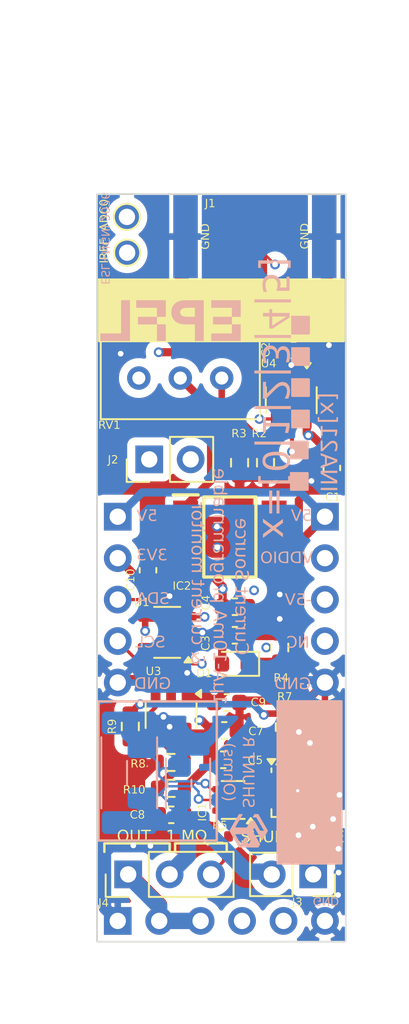
<source format=kicad_pcb>
(kicad_pcb (version 20241229) (generator "pcbnew") (generator_version "9.0")
  (layers (0 "F.Cu" signal) (4 "In1.Cu" signal) (6 "In2.Cu" signal) (2 "B.Cu" signal) (13 "F.Paste" user) (15 "B.Paste" user) (5 "F.SilkS" user "F.Silkscreen") (7 "B.SilkS" user "B.Silkscreen") (1 "F.Mask" user) (3 "B.Mask" user) (25 "Edge.Cuts" user))
  (net 0 "")
  (net 1 "GND")
  (net 2 "3.3V")
  (net 3 "/5V")
  (net 4 "A3.3V")
  (net 5 "/VDDIO")
  (net 6 "/SCL")
  (net 7 "/-5V")
  (net 8 "/IREF_LOAD")
  (net 9 "/SDA")
  (net 11 "Net-(D1-K)")
  (net 12 "/ADC0")
  (net 13 "/DAC_out")
  (net 14 "Net-(U2-!RESET)")
  (net 15 "Net-(U3-FB)")
  (net 16 "Net-(U3-EN)")
  (net 21 "Net-(J4-Pin_3)")
  (net 23 "/Shunt-")
  (net 26 "/OUT_IREF")
  (net 27 "Net-(R2-Pad1)")
  (net 28 "Net-(IC2-R)")
  (net 31 "Net-(D1-A)")
  (footprint "Connector_Coaxial:SMA_Amphenol_132289_EdgeMount" (layer "F.Cu") (at 131.725 69.325 90)
    (property "Reference" "J1")
    (property "Value" "Conn_Coaxial" (hide yes))
  )
  (footprint "heep-footprints:chewing-gum-pcb" (layer "F.Cu") (at 122.05 112.52)
    (property "Reference" "CG1" (hide yes))
    (property "Value" "BOARD_CONNECTOR" (hide yes))
    (fp_line (start 0 -27.94) (end 0 0) (stroke (width 0.1)) (layer "Edge.Cuts"))
    (fp_line (start 0 0) (end 15.24 0) (stroke (width 0.1)) (layer "Edge.Cuts"))
    (fp_line (start 15.24 0) (end 15.24 -27.94) (stroke (width 0.1)) (layer "Edge.Cuts"))
  )
  (footprint "LM334:SOIC127P600X175-8N" (layer "F.Cu") (at 130.192774 87.727954)
    (property "Reference" "IC2")
    (property "Value" "LM334M_NOPB" (hide yes))
  )
  (footprint "Resistor_SMD:R_0603_1608Metric" (layer "F.Cu") (at 133.25 94.5 90)
    (property "Reference" "R4")
    (property "Value" "3.3k" (hide yes))
  )
  (footprint "Resistor_SMD:R_0603_1608Metric" (layer "F.Cu") (at 132.377802 83.176755 -90)
    (property "Reference" "R2")
    (property "Value" "75k" (hide yes))
  )
  (footprint "Capacitor_SMD:C_0603_1608Metric" (layer "F.Cu") (at 129.785 101.38)
    (property "Reference" "C5")
    (property "Value" "0.1u" (hide yes))
  )
  (footprint "TestPoint:TestPoint_Loop_D1.80mm_Drill1.0mm_Beaded" (layer "F.Cu") (at 123.881597 68.118654 90)
    (property "Reference" "TP1" (hide yes))
    (property "Value" "~")
  )
  (footprint "Capacitor_SMD:C_0603_1608Metric" (layer "F.Cu") (at 136.29 99.885 90)
    (property "Reference" "C6")
    (property "Value" "0.1u" (hide yes))
  )
  (footprint "Resistor_SMD:R_0603_1608Metric" (layer "F.Cu") (at 124.09 99.335 90)
    (property "Reference" "R9")
    (property "Value" "10k" (hide yes))
  )
  (footprint "Capacitor_SMD:C_0603_1608Metric" (layer "F.Cu") (at 125.175007 89.766678 90)
    (property "Reference" "C10")
    (property "Value" "0.1u" (hide yes))
  )
  (footprint "Package_TO_SOT_SMD:SOT-23-5" (layer "F.Cu") (at 126.59 98.6325 -90)
    (property "Reference" "U3")
    (property "Value" "TLV75801PDBV" (hide yes))
  )
  (footprint "Package_DFN_QFN:Texas_RTE0016D_WQFN-16-1EP_3x3mm_P0.5mm_EP0.8x0.8mm_ThermalVias" (layer "F.Cu") (at 134.35 103.2725)
    (property "Reference" "U2")
    (property "Value" "ADS1219" (hide yes))
  )
  (footprint "Resistor_SMD:R_0603_1608Metric" (layer "F.Cu") (at 133.53 99.375 90)
    (property "Reference" "R7")
    (property "Value" "10k" (hide yes))
  )
  (footprint "Connector_PinHeader_2.54mm:PinHeader_1x02_P2.54mm_Vertical" (layer "F.Cu") (at 125.25 82.975 90)
    (property "Reference" "J2")
    (property "Value" "Conn_01x02")
  )
  (footprint "Capacitor_SMD:C_0603_1608Metric" (layer "F.Cu") (at 130.5 93.75)
    (property "Reference" "C3")
    (property "Value" "10u" (hide yes))
  )
  (footprint "Package_TO_SOT_SMD:TSOT-23-6" (layer "F.Cu") (at 133.953847 79.35 -90)
    (property "Reference" "U4")
    (property "Value" "MCP4726")
  )
  (footprint "Capacitor_SMD:C_0603_1608Metric" (layer "F.Cu") (at 136.442953 83.5 -90)
    (property "Reference" "C1")
    (property "Value" "0.1u" (hide yes))
  )
  (footprint "Capacitor_SMD:C_0603_1608Metric" (layer "F.Cu") (at 134.1 76.275)
    (property "Reference" "C2")
    (property "Value" "0.1u" (hide yes))
  )
  (footprint "Connector_PinSocket_2.54mm:PinSocket_1x02_P2.54mm_Vertical" (layer "F.Cu") (at 135.3 108.4 -90)
    (property "Reference" "J3")
    (property "Value" "Conn_01x02")
  )
  (footprint "Package_TO_SOT_SMD:SOT-363_SC-70-6" (layer "F.Cu") (at 130.39 103.84 180)
    (property "Reference" "IC1")
    (property "Value" "INA212AIDCKR" (hide yes))
  )
  (footprint "Resistor_SMD:R_0603_1608Metric" (layer "F.Cu") (at 130.787802 83.176755 -90)
    (property "Reference" "R3")
    (property "Value" "140k" (hide yes))
  )
  (footprint "Potentiometer_THT:Potentiometer_Bourns_3296W_Vertical" (layer "F.Cu") (at 124.613399 77.991232 180)
    (property "Reference" "RV1")
    (property "Value" "500K" (hide yes))
  )
  (footprint "Capacitor_SMD:C_0603_1608Metric" (layer "F.Cu") (at 126.6 104.75 180)
    (property "Reference" "C8")
    (property "Value" "0.1u" (hide yes))
  )
  (footprint "LED_SMD:LED_0603_1608Metric" (layer "F.Cu") (at 130.5 95.5 180)
    (property "Reference" "D1")
    (property "Value" "LED" (hide yes))
  )
  (footprint "Capacitor_SMD:C_0603_1608Metric" (layer "F.Cu") (at 129.85 99.58)
    (property "Reference" "C7")
    (property "Value" "0.1u" (hide yes))
  )
  (footprint "Resistor_SMD:R_0402_1005Metric" (layer "F.Cu") (at 129.6 106.075 180)
    (property "Reference" "R5")
    (property "Value" "1M" (hide yes))
  )
  (footprint "Resistor_SMD:R_0603_1608Metric" (layer "F.Cu") (at 126.57 101.54 180)
    (property "Reference" "R8")
    (property "Value" "20k" (hide yes))
  )
  (footprint "TestPoint:TestPoint_Loop_D1.80mm_Drill1.0mm_Beaded" (layer "F.Cu") (at 123.896879 70.311183 90)
    (property "Reference" "TP2" (hide yes))
    (property "Value" "~")
  )
  (footprint "Package_TO_SOT_SMD:SOT-23-5" (layer "F.Cu") (at 126.35 93.5725 180)
    (property "Reference" "U1")
    (property "Value" "24AA02E-OT" (hide yes))
  )
  (footprint "Connector_PinHeader_2.54mm:PinHeader_1x03_P2.54mm_Vertical" (layer "F.Cu") (at 123.96 108.4 90)
    (property "Reference" "J4")
    (property "Value" "Conn_02x01" (hide yes))
  )
  (footprint "Resistor_SMD:R_0603_1608Metric" (layer "F.Cu") (at 126.575 103.13 180)
    (property "Reference" "R10")
    (property "Value" "100k" (hide yes))
  )
  (footprint "Capacitor_SMD:C_0603_1608Metric" (layer "F.Cu") (at 130.01 97.87)
    (property "Reference" "C9")
    (property "Value" "1u" (hide yes))
  )
  (footprint "Capacitor_SMD:C_0603_1608Metric" (layer "F.Cu") (at 130.5 92)
    (property "Reference" "C4")
    (property "Value" ".1u" (hide yes))
  )
  (footprint "heep-footprints:EPFL_3x1" (layer "B.Cu") (at 126.556077 74.472202 180)
    (property "Reference" "G***" (hide yes))
    (property "Value" "LOGO" (hide yes))
  )
  (footprint "Resistor_SMD:R_2512_6332Metric_Pad1.40x3.35mm_HandSolder" (layer "B.Cu") (at 124.025 102.175 90)
    (property "Reference" "R6" (hide yes))
    (property "Value" "10")
  )
  (footprint "heep-footprints:ESL_3x3" (layer "B.Cu") (at 131.325 105.7 90)
    (property "Reference" "G***" (hide yes))
    (property "Value" "LOGO" (hide yes))
  )
  (footprint "Resistor_SMD:R_0805_2012Metric_Pad1.20x1.40mm_HandSolder" (layer "B.Cu") (at 127.1 102.825 90)
    (property "Reference" "R1" (hide yes))
    (property "Value" "10")
  )
  (footprint "Resistor_SMD:R_2010_5025Metric_Pad1.40x2.65mm_HandSolder" (layer "B.Cu") (at 127.625 102.825 90)
    (property "Reference" "R11" (hide yes))
    (property "Value" "10")
  )
  (footprint "Resistor_SMD:R_1206_3216Metric_Pad1.30x1.75mm_HandSolder" (layer "B.Cu") (at 124.8 102.175 90)
    (property "Reference" "R12" (hide yes))
    (property "Value" "10")
  )
  (gr_line (start 126.83563 107) (end 126.83563 106.5) (stroke (width 0.15)) (layer "F.SilkS"))
  (gr_line (start 122.5 106.5) (end 126.5 106.5) (stroke (width 0.15)) (layer "F.SilkS"))
  (gr_line (start 126.5 106.5) (end 126.5 107) (stroke (width 0.15)) (layer "F.SilkS"))
  (gr_line (start 130 106.5) (end 126.83563 106.5) (stroke (width 0.15)) (layer "F.SilkS"))
  (gr_line (start 130 107) (end 130 106.5) (stroke (width 0.15)) (layer "F.SilkS"))
  (gr_rect (start 122.183644 71.965209) (end 137.165394 75.722522) (stroke (width 0.15)) (fill yes) (layer "F.SilkS"))
  (gr_line (start 122.5 107.02) (end 122.5 106.5) (stroke (width 0.15)) (layer "F.SilkS"))
  (gr_rect (start 134.025 76.175) (end 135.025 77.175) (stroke (width 0.15)) (fill yes) (layer "B.SilkS"))
  (gr_rect (start 133.125 97.8) (end 137.025 107.725) (stroke (width 0.15)) (fill yes) (layer "B.SilkS"))
  (gr_rect (start 122.14 97.802064) (end 129.39 106.327064) (stroke (width 0.15)) (fill no) (layer "B.SilkS"))
  (gr_rect (start 134.025 80) (end 135.025 81) (stroke (width 0.15)) (fill yes) (layer "B.SilkS"))
  (gr_rect (start 134.025 78.075) (end 135.025 79.075) (stroke (width 0.15)) (fill yes) (layer "B.SilkS"))
  (gr_rect (start 133.95 81.9) (end 134.95 82.9) (stroke (width 0.15)) (fill yes) (layer "B.SilkS"))
  (gr_rect (start 133.95 83.825) (end 134.95 84.825) (stroke (width 0.15)) (fill yes) (layer "B.SilkS"))
  (gr_rect (start 134.025 74.25) (end 135.025 75.25) (stroke (width 0.15)) (fill yes) (layer "B.SilkS"))
  (gr_line (start 137.29 84.58) (end 137.3 66.725) (stroke (width 0.1)) (layer "Edge.Cuts"))
  (gr_line (start 137.3 66.725) (end 122.05 66.725) (stroke (width 0.1)) (layer "Edge.Cuts"))
  (gr_line (start 122.05 84.58) (end 122.05 66.725) (stroke (width 0.1)) (layer "Edge.Cuts"))
  (gr_text "OUT" (at 123.26207 106.5 0) (layer "F.SilkS") (effects (font (size 0.7 0.7)) (justify left bottom)))
  (gr_text "IREF" (at 122.5 70.2 90) (layer "F.SilkS") (effects (font (size 0.5 0.5) (thickness 0.1))))
  (gr_text "1 MΩ" (at 126.272647 106.5 0) (layer "F.SilkS") (effects (font (size 0.7 0.7)) (justify left bottom)))
  (gr_text "GND" (at 135.1 70.1 90) (layer "F.SilkS") (effects (font (size 0.5 0.5) (thickness 0.1)) (justify left bottom)))
  (gr_text "ADC0" (at 122.5 68 90) (layer "F.SilkS") (effects (font (size 0.5 0.5) (thickness 0.1))))
  (gr_text "SHUNT HERE" (at 130.846207 106.548937 0) (layer "F.SilkS") (effects (font (size 0.7 0.7)) (justify left bottom)))
  (gr_text "GND" (at 135.277622 109.722377 180) (layer "B.SilkS") (effects (font (size 0.5 0.5) (thickness 0.2)) (justify left bottom mirror)))
  (gr_text "Current Source \n1μA-10mA programmable \n& current monitor" (at 127.712245 90.593853 270) (layer "B.SilkS") (effects (font (size 0.8 0.8) (thickness 0.175)) (justify bottom mirror)))
  (gr_text "x=[0|1|2|3|4|5]" (at 131.949153 87.851626 270) (layer "B.SilkS") (effects (font (size 1.6 1.6) (thickness 0.2)) (justify left bottom mirror)))
  (gr_text "ESL+NGNI 2026" (at 122.233093 72.265246 270) (layer "B.SilkS") (effects (font (size 0.5 0.5) (thickness 0.125)) (justify left bottom mirror)))
  (gr_text "SHUNT R\n(Ohms)" (at 129.692327 102.13459 270) (layer "B.SilkS") (effects (font (size 0.7 0.7) (thickness 0.175)) (justify bottom mirror)))
  (gr_text "INA21[x]" (at 135.589337 84.992716 270) (layer "B.SilkS") (effects (font (size 1 1) (thickness 0.2)) (justify left bottom mirror)))
  (segment (start 133.6 102.29) (end 134.1 102.79) (width 0.25) (layer "F.Cu") (net 1))
  (segment (start 136.02 98.84) (end 136.29 99.11) (width 0.4) (layer "F.Cu") (net 1))
  (segment (start 136.25 74.6) (end 136.25 72.875) (width 0.5) (layer "F.Cu") (net 1))
  (segment (start 123.492399 76.492399) (end 123.492399 75.561601) (width 0.5) (layer "F.Cu") (net 1))
  (segment (start 125.325 106.65) (end 126.35 106.65) (width 0.5) (layer "F.Cu") (net 1))
  (segment (start 134.1 102.79) (end 134.1 102.84) (width 0.25) (layer "F.Cu") (net 1))
  (segment (start 136.02 96.645) (end 136.02 98.84) (width 0.4) (layer "F.Cu") (net 1))
  (segment (start 122.534 106.964) (end 124.748 104.75) (width 0.75) (layer "F.Cu") (net 1))
  (segment (start 128.5 93.5725) (end 127.4875 93.5725) (width 0.5) (layer "F.Cu") (net 1))
  (segment (start 132.93 106.08) (end 131.34 104.49) (width 0.4) (layer "F.Cu") (net 1))
  (segment (start 134.916 97.749) (end 136.02 96.645) (width 0.5) (layer "F.Cu") (net 1))
  (segment (start 134.1 103.5225) (end 134.1 104.71) (width 0.25) (layer "F.Cu") (net 1))
  (segment (start 127.45 69.3) (end 127.475 69.325) (width 0.5) (layer "F.Cu") (net 1))
  (segment (start 127.575861 96.055861) (end 127.57 96.05) (width 0.4) (layer "F.Cu") (net 1))
  (segment (start 132.9125 103.5225) (end 134.1 103.5225) (width 0.25) (layer "F.Cu") (net 1))
  (segment (start 134.1 102.84) (end 134.1 103.0225) (width 0.25) (layer "F.Cu") (net 1))
  (segment (start 122.534 110.464) (end 122.534 106.964) (width 0.75) (layer "F.Cu") (net 1))
  (segment (start 136.442953 84.275) (end 135.214697 84.275) (width 0.5) (layer "F.Cu") (net 1))
  (segment (start 126.59 96.501112) (end 126.59 97.495) (width 0.5) (layer "F.Cu") (net 1))
  (segment (start 134.1 101.835) (end 134.1 102.84) (width 0.25) (layer "F.Cu") (net 1))
  (segment (start 133.953847 78.2125) (end 133.953847 77.196153) (width 0.4) (layer "F.Cu") (net 1))
  (segment (start 131.549516 103.84) (end 131.34 103.84) (width 0.25) (layer "F.Cu") (net 1))
  (segment (start 124.748 104.75) (end 125.825 104.75) (width 0.75) (layer "F.Cu") (net 1))
  (segment (start 134.875 76.275) (end 134.875 75.975) (width 0.4) (layer "F.Cu") (net 1))
  (segment (start 134.4 106) (end 134.32 106.08) (width 0.4) (layer "F.Cu") (net 1))
  (segment (start 125.745 101.54) (end 124.748 102.537) (width 0.5) (layer "F.Cu") (net 1))
  (segment (start 135.975 71.615) (end 135.975 69.325) (width 0.5) (layer "F.Cu") (net 1))
  (segment (start 134.875 75.975) (end 136.25 74.6) (width 0.4) (layer "F.Cu") (net 1))
  (segment (start 132.9125 103.0225) (end 134.1 103.0225) (width 0.25) (layer "F.Cu") (net 1))
  (segment (start 135.214697 84.275) (end 135.194232 84.295465) (width 0.5) (layer "F.Cu") (net 1))
  (segment (start 133.6 101.835) (end 133.6 102.29) (width 0.25) (layer "F.Cu") (net 1))
  (segment (start 131.275 93.75) (end 131.35 93.675) (width 0.75) (layer "F.Cu") (net 1))
  (segment (start 133.953847 78.2125) (end 133.978847 78.2375) (width 0.4) (layer "F.Cu") (net 1))
  (segment (start 136.25 74.6) (end 136.25 75.961761) (width 0.5) (layer "F.Cu") (net 1))
  (segment (start 130.785 97.87) (end 130.906 97.749) (width 0.5) (layer "F.Cu") (net 1))
  (segment (start 123.492399 75.561601) (end 127.475 71.579) (width 0.5) (layer "F.Cu") (net 1))
  (segment (start 131.35 93.675) (end 133.25 93.675) (width 0.75) (layer "F.Cu") (net 1))
  (segment (start 136.25 71.89) (end 135.975 71.615) (width 0.5) (layer "F.Cu") (net 1))
  (segment (start 134.1 103.0225) (end 134.35 103.2725) (width 0.25) (layer "F.Cu") (net 1))
  (segment (start 128.965 105.95) (end 127.05 105.95) (width 0.25) (layer "F.Cu") (net 1))
  (segment (start 124.748 102.537) (end 124.748 104.75) (width 0.5) (layer "F.Cu") (net 1))
  (segment (start 131.275 92) (end 131.275 93.75) (width 0.75) (layer "F.Cu") (net 1))
  (segment (start 123.5 76.5) (end 123.492399 76.492399) (width 0.5) (layer "F.Cu") (net 1))
  (segment (start 128.51125 93.58375) (end 128.5 93.5725) (width 0.5) (layer "F.Cu") (net 1))
  (segment (start 131.34 103.84) (end 131.34 104.49) (width 0.4) (layer "F.Cu") (net 1))
  (segment (start 136.25 72.875) (end 136.25 71.89) (width 0.5) (layer "F.Cu") (net 1))
  (segment (start 130.785 99.42) (end 130.625 99.58) (width 0.5) (layer "F.Cu") (net 1))
  (segment (start 136.442953 84.275) (end 136.424344 84.293609) (width 0.5) (layer "F.Cu") (net 1))
  (segment (start 130.625 99.58) (end 130.625 101.315) (width 0.5) (layer "F.Cu") (net 1))
  (segment (start 133.25 93.675) (end 133.25 92.75) (width 0.75) (layer "F.Cu") (net 1))
  (segment (start 130.906 97.749) (end 134.916 97.749) (width 0.5) (layer "F.Cu") (net 1))
  (segment (start 133.953847 77.196153) (end 134.875 76.275) (width 0.4) (layer "F.Cu") (net 1))
  (segment (start 126.520388 96.4315) (end 126.59 96.501112) (width 0.5) (layer "F.Cu") (net 1))
  (segment (start 134.1 103.5225) (end 134.35 103.2725) (width 0.25) (layer "F.Cu") (net 1))
  (segment (start 129.09 106.075) (end 128.965 105.95) (width 0.25) (layer "F.Cu") (net 1))
  (segment (start 127.05 105.95) (end 126.35 106.65) (width 0.25) (layer "F.Cu") (net 1))
  (segment (start 123.32 96.645) (end 123.5335 96.4315) (width 0.5) (layer "F.Cu") (net 1))
  (segment (start 123.32 111.25) (end 122.534 110.464) (width 0.75) (layer "F.Cu") (net 1))
  (segment (start 127.041112 96.05) (end 126.59 96.501112) (width 0.4) (layer "F.Cu") (net 1))
  (segment (start 134.32 106.08) (end 132.93 106.08) (width 0.4) (layer "F.Cu") (net 1))
  (segment (start 123.5335 96.4315) (end 126.520388 96.4315) (width 0.5) (layer "F.Cu") (net 1))
  (segment (start 130.785 97.87) (end 130.785 99.42) (width 0.5) (layer "F.Cu") (net 1))
  (segment (start 127.57 96.05) (end 127.041112 96.05) (width 0.4) (layer "F.Cu") (net 1))
  (segment (start 130.625 101.315) (end 130.56 101.38) (width 0.5) (layer "F.Cu") (net 1))
  (segment (start 127.475 71.579) (end 127.475 69.325) (width 0.4) (layer "F.Cu") (net 1))
  (segment (start 136.125 111.145) (end 136.02 111.25) (width 0.5) (layer "F.Cu") (net 1))
  (segment (start 131.38 104.49) (end 131.34 104.49) (width 0.4) (layer "F.Cu") (net 1))
  (via (at 133.25 91.25) (size 0.6) (drill 0.35) (layers "F.Cu" "B.Cu") (net 1))
  (via (at 124.275 106.625) (size 0.6) (drill 0.35) (layers "F.Cu" "B.Cu") (net 1))
  (via (at 127.575861 96.055861) (size 0.6) (drill 0.35) (layers "F.Cu" "B.Cu") (net 1))
  (via (at 125.325 106.65) (size 0.6) (drill 0.35) (layers "F.Cu" "B.Cu") (net 1))
  (via (at 128.51125 93.58375) (size 0.6) (drill 0.35) (layers "F.Cu" "B.Cu") (net 1))
  (via (at 133.25 92.75) (size 0.6) (drill 0.35) (layers "F.Cu" "B.Cu") (net 1))
  (via (at 136.91 103.53) (size 0.6) (drill 0.35) (layers "F.Cu" "B.Cu") (net 1))
  (via (at 136.856526 108.286783) (size 0.6) (drill 0.35) (layers "F.Cu" "B.Cu") (net 1))
  (via (at 136.26386 75.975621) (size 0.6) (drill 0.35) (layers "F.Cu" "B.Cu") (net 1))
  (via (at 136.84634 106.830116) (size 0.6) (drill 0.35) (layers "F.Cu" "B.Cu") (net 1))
  (via (at 133.953847 77.196153) (size 0.6) (drill 0.35) (layers "F.Cu" "B.Cu") (net 1))
  (via (at 134.4 106) (size 0.6) (drill 0.35) (layers "F.Cu" "B.Cu") (net 1))
  (via (at 123.5 76.5) (size 0.6) (drill 0.35) (layers "F.Cu" "B.Cu") (net 1))
  (via (at 135.194232 84.295465) (size 0.6) (drill 0.35) (layers "F.Cu" "B.Cu") (net 1))
  (via (at 126.5 91.351729) (size 0.6) (drill 0.35) (layers "F.Cu" "B.Cu") (net 1))
  (via (at 136.825967 109.661958) (size 0.6) (drill 0.35) (layers "F.Cu" "B.Cu") (net 1))
  (segment (start 128.01 96.49) (end 127.575861 96.055861) (width 0.5) (layer "B.Cu") (net 1))
  (segment (start 127.575861 96.055861) (end 127.564139 96.055861) (width 0.4) (layer "B.Cu") (net 1))
  (segment (start 122.544 110.474) (end 122.544 107.024) (width 0.75) (layer "B.Cu") (net 1))
  (segment (start 122.544 107.024) (end 122.943 106.625) (width 0.75) (layer "B.Cu") (net 1))
  (segment (start 135.875 96.5) (end 128.02 96.5) (width 0.5) (layer "B.Cu") (net 1))
  (segment (start 127.575861 94.519139) (end 128.51125 93.58375) (width 0.5) (layer "B.Cu") (net 1))
  (segment (start 126.975 96.645) (end 123.32 96.645) (width 0.4) (layer "B.Cu") (net 1))
  (segment (start 136.02 96.645) (end 135.875 96.5) (width 0.5) (layer "B.Cu") (net 1))
  (segment (start 127.575861 96.055861) (end 127.575861 94.519139) (width 0.5) (layer "B.Cu") (net 1))
  (segment (start 124.275 106.625) (end 125.3 106.625) (width 0.75) (layer "B.Cu") (net 1))
  (segment (start 125.3 106.625) (end 125.325 106.65) (width 0.75) (layer "B.Cu") (net 1))
  (segment (start 127.564139 96.055861) (end 126.975 96.645) (width 0.4) (layer "B.Cu") (net 1))
  (segment (start 122.943 106.625) (end 124.275 106.625) (width 0.75) (layer "B.Cu") (net 1))
  (segment (start 128.02 96.5) (end 128.01 96.49) (width 0.5) (layer "B.Cu") (net 1))
  (segment (start 123.32 111.25) (end 122.544 110.474) (width 0.75) (layer "B.Cu") (net 1))
  (segment (start 125.831 76.41) (end 131.62 76.41) (width 0.5) (layer "F.Cu") (net 2))
  (segment (start 125 93.49) (end 125 92.835) (width 0.4) (layer "F.Cu") (net 2))
  (segment (start 133.33 76.39) (end 133.325 76.385) (width 0.5) (layer "F.Cu") (net 2))
  (segment (start 133.325 76.385) (end 133.325 76.275) (width 0.5) (layer "F.Cu") (net 2))
  (segment (start 124.625 97.975) (end 124.09 98.51) (width 0.4) (layer "F.Cu") (net 2))
  (segment (start 135.7875 103.0225) (end 136.205444 103.0225) (width 0.25) (layer "F.Cu") (net 2))
  (segment (start 125 92.835) (end 125.2125 92.6225) (width 0.4) (layer "F.Cu") (net 2))
  (segment (start 124.7 97.975) (end 124.625 97.975) (width 0.4) (layer "F.Cu") (net 2))
  (segment (start 136.29 100.619346) (end 136.29 100.66) (width 0.4) (layer "F.Cu") (net 2))
  (segment (start 133.003847 76.596153) (end 133.325 76.275) (width 0.5) (layer "F.Cu") (net 2))
  (segment (start 132.272214 98.627786) (end 132.35 98.55) (width 0.4) (layer "F.Cu") (net 2))
  (segment (start 136.501 100.871) (end 136.29 100.66) (width 0.25) (layer "F.Cu") (net 2))
  (segment (start 131.62 76.41) (end 133.19 76.41) (width 0.5) (layer "F.Cu") (net 2))
  (segment (start 136.205444 103.0225) (end 136.501 102.726944) (width 0.25) (layer "F.Cu") (net 2))
  (segment (start 133.19 76.41) (end 133.325 76.275) (width 0.5) (layer "F.Cu") (net 2))
  (segment (start 136.501 102.726944) (end 136.501 100.871) (width 0.25) (layer "F.Cu") (net 2))
  (segment (start 133.215 76.275) (end 133.325 76.275) (width 0.5) (layer "F.Cu") (net 2))
  (segment (start 133.003847 78.2125) (end 133.003847 76.596153) (width 0.5) (layer "F.Cu") (net 2))
  (segment (start 123.32 89.025) (end 124.836678 90.541678) (width 0.5) (layer "F.Cu") (net 2))
  (segment (start 132.35 98.55) (end 133.53 98.55) (width 0.4) (layer "F.Cu") (net 2))
  (segment (start 133.53 98.55) (end 134.220654 98.55) (width 0.4) (layer "F.Cu") (net 2))
  (segment (start 124.836678 90.541678) (end 125.008312 90.541678) (width 0.5) (layer "F.Cu") (net 2))
  (segment (start 134.220654 98.55) (end 136.29 100.619346) (width 0.4) (layer "F.Cu") (net 2))
  (via (at 125 93.49) (size 0.6) (drill 0.35) (layers "F.Cu" "B.Cu") (net 2))
  (via (at 132.272214 98.627786) (size 0.6) (drill 0.35) (layers "F.Cu" "B.Cu") (net 2))
  (via (at 125.831 76.41) (size 0.6) (drill 0.35) (layers "F.Cu" "B.Cu") (net 2))
  (via (at 124.7 97.975) (size 0.6) (drill 0.35) (layers "F.Cu" "B.Cu") (net 2))
  (segment (start 132.272214 98.627786) (end 131.619428 97.975) (width 0.4) (layer "B.Cu") (net 2))
  (segment (start 131.619428 97.975) (end 124.7 97.975) (width 0.4) (layer "B.Cu") (net 2))
  (segment (start 135.77 86.235) (end 136.02 86.485) (width 0.75) (layer "F.Cu") (net 3))
  (segment (start 129.235 97.87) (end 130.111 96.994) (width 0.5) (layer "F.Cu") (net 3))
  (segment (start 134.5 96) (end 134.5 88.005) (width 0.5) (layer "F.Cu") (net 3))
  (segment (start 128.86 97.495) (end 129.235 97.87) (width 0.5) (layer "F.Cu") (net 3))
  (segment (start 133.506 96.994) (end 134.5 96) (width 0.5) (layer "F.Cu") (net 3))
  (segment (start 134.5 88.005) (end 136.02 86.485) (width 0.5) (layer "F.Cu") (net 3))
  (segment (start 130.111 96.994) (end 133.506 96.994) (width 0.5) (layer "F.Cu") (net 3))
  (segment (start 127.54 97.495) (end 128.86 97.495) (width 0.5) (layer "F.Cu") (net 3))
  (segment (start 124.805 85) (end 123.32 86.485) (width 0.5) (layer "B.Cu") (net 3))
  (segment (start 134.535 85) (end 124.805 85) (width 0.5) (layer "B.Cu") (net 3))
  (segment (start 136.02 86.485) (end 134.535 85) (width 0.5) (layer "B.Cu") (net 3))
  (segment (start 127.4 103.13) (end 127.4 104.725) (width 0.5) (layer "F.Cu") (net 4))
  (segment (start 134.323999 105.4235) (end 133.348884 105.4235) (width 0.25) (layer "F.Cu") (net 4))
  (segment (start 134.6 105.147499) (end 134.323999 105.4235) (width 0.25) (layer "F.Cu") (net 4))
  (segment (start 134.6 104.71) (end 134.6 105.147499) (width 0.25) (layer "F.Cu") (net 4))
  (segment (start 130.82 103.19) (end 129.01 101.38) (width 0.4) (layer "F.Cu") (net 4))
  (segment (start 129.01 101.38) (end 129.03 101.38) (width 0.5) (layer "F.Cu") (net 4))
  (segment (start 135.7875 103.5225) (end 135.369556 103.5225) (width 0.25) (layer "F.Cu") (net 4))
  (segment (start 133.348884 105.4235) (end 131.950516 104.025132) (width 0.25) (layer "F.Cu") (net 4))
  (segment (start 128.325 98.95) (end 128.445 98.95) (width 0.5) (layer "F.Cu") (net 4))
  (segment (start 135 81.5) (end 134.903847 81.403847) (width 0.5) (layer "F.Cu") (net 4))
  (segment (start 129.01 101.38) (end 129.01 101.52) (width 0.5) (layer "F.Cu") (net 4))
  (segment (start 129.075 101.315) (end 129.01 101.38) (width 0.5) (layer "F.Cu") (net 4))
  (segment (start 135.217953 81.5) (end 135 81.5) (width 0.5) (layer "F.Cu") (net 4))
  (segment (start 128.24 99.77) (end 128.885 99.77) (width 0.5) (layer "F.Cu") (net 4))
  (segment (start 129.075 99.58) (end 129.075 101.315) (width 0.5) (layer "F.Cu") (net 4))
  (segment (start 131.950516 103.475517) (end 131.664999 103.19) (width 0.25) (layer "F.Cu") (net 4))
  (segment (start 127.54 99.77) (end 128.24 99.77) (width 0.5) (layer "F.Cu") (net 4))
  (segment (start 136.442953 82.725) (end 135.217953 81.5) (width 0.5) (layer "F.Cu") (net 4))
  (segment (start 129.01 101.52) (end 127.4 103.13) (width 0.5) (layer "F.Cu") (net 4))
  (segment (start 131.34 103.19) (end 130.82 103.19) (width 0.4) (layer "F.Cu") (net 4))
  (segment (start 131.664999 103.19) (end 131.34 103.19) (width 0.25) (layer "F.Cu") (net 4))
  (segment (start 134.903847 81.403847) (end 134.903847 80.4875) (width 0.5) (layer "F.Cu") (net 4))
  (segment (start 131.950516 104.025132) (end 131.950516 103.475517) (width 0.25) (layer "F.Cu") (net 4))
  (segment (start 135.369556 103.5225) (end 134.6 104.292056) (width 0.25) (layer "F.Cu") (net 4))
  (segment (start 134.6 104.292056) (end 134.6 104.71) (width 0.25) (layer "F.Cu") (net 4))
  (segment (start 128.445 98.95) (end 129.075 99.58) (width 0.5) (layer "F.Cu") (net 4))
  (segment (start 128.885 99.77) (end 129.075 99.58) (width 0.5) (layer "F.Cu") (net 4))
  (via (at 128.325 98.95) (size 0.6) (drill 0.35) (layers "F.Cu" "B.Cu") (net 4))
  (via (at 135 81.5) (size 0.6) (drill 0.35) (layers "F.Cu" "B.Cu") (net 4))
  (segment (start 123.32 94.52) (end 123.32 94.105) (width 0.5) (layer "F.Cu") (net 6))
  (segment (start 124.2885 95.0735) (end 123.32 94.105) (width 0.2) (layer "F.Cu") (net 6))
  (segment (start 127.4875 94.5225) (end 127.4875 95.0735) (width 0.2) (layer "F.Cu") (net 6))
  (segment (start 134 80.6375) (end 134.125 80.5125) (width 0.25) (layer "F.Cu") (net 6))
  (segment (start 134.6 100.91) (end 134.6 101.835) (width 0.25) (layer "F.Cu") (net 6))
  (segment (start 134.425707 100.735707) (end 134.6 100.91) (width 0.25) (layer "F.Cu") (net 6))
  (segment (start 128.475 95.5) (end 127.914 95.5) (width 0.2) (layer "F.Cu") (net 6))
  (segment (start 134 82.5) (end 134 80.6375) (width 0.25) (layer "F.Cu") (net 6))
  (segment (start 127.4875 95.0735) (end 124.2885 95.0735) (width 0.2) (layer "F.Cu") (net 6))
  (segment (start 127.914 95.5) (end 127.4875 95.0735) (width 0.2) (layer "F.Cu") (net 6))
  (segment (start 134.425707 99.674293) (end 134.425707 100.735707) (width 0.25) (layer "F.Cu") (net 6))
  (via (at 132.425 94.5) (size 0.6) (drill 0.35) (layers "F.Cu" "B.Cu") (net 6))
  (via (at 134 82.5) (size 0.6) (drill 0.35) (layers "F.Cu" "B.Cu") (net 6))
  (via (at 128.475 95.5) (size 0.6) (drill 0.35) (layers "F.Cu" "B.Cu") (net 6))
  (via (at 134.425707 99.674293) (size 0.6) (drill 0.35) (layers "F.Cu" "B.Cu") (net 6))
  (segment (start 125.86 110.29) (end 123.91 108.34) (width 1) (layer "F.Cu") (net 8))
  (segment (start 125.86 111.25) (end 128.4 111.25) (width 1) (layer "F.Cu") (net 8))
  (segment (start 125.86 111.25) (end 125.86 110.29) (width 1) (layer "F.Cu") (net 8))
  (segment (start 123.92 108.4) (end 123.92 108.42) (width 1) (layer "B.Cu") (net 8))
  (segment (start 123.92 108.42) (end 125.86 110.36) (width 1) (layer "B.Cu") (net 8))
  (segment (start 128.4 111.25) (end 125.86 111.25) (width 1) (layer "B.Cu") (net 8))
  (segment (start 125.86 110.36) (end 125.86 111.25) (width 1) (layer "B.Cu") (net 8))
  (segment (start 132.991347 80.5) (end 133.003847 80.4875) (width 0.2) (layer "F.Cu") (net 9))
  (segment (start 128.645246 92.6225) (end 127.4875 92.6225) (width 0.2) (layer "F.Cu") (net 9))
  (segment (start 132 80.5) (end 132.991347 80.5) (width 0.2) (layer "F.Cu") (net 9))
  (segment (start 133.003847 80.683653) (end 133.175 80.5125) (width 0.25) (layer "F.Cu") (net 9))
  (segment (start 125.506521 91.558855) (end 125.500376 91.565) (width 0.2) (layer "F.Cu") (net 9))
  (segment (start 127.4875 92.6225) (end 126.570166 92.6225) (width 0.2) (layer "F.Cu") (net 9))
  (segment (start 126.570166 92.6225) (end 125.506521 91.558855) (width 0.2) (layer "F.Cu") (net 9))
  (segment (start 125.500376 91.565) (end 123.32 91.565) (width 0.2) (layer "F.Cu") (net 9))
  (segment (start 135.1 101.835) (end 135.1 100.35) (width 0.25) (layer "F.Cu") (net 9))
  (via (at 132 80.5) (size 0.6) (drill 0.35) (layers "F.Cu" "B.Cu") (net 9))
  (via (at 131.675 91) (size 0.6) (drill 0.35) (layers "F.Cu" "B.Cu") (net 9))
  (via (at 128.645246 92.6225) (size 0.6) (drill 0.35) (layers "F.Cu" "B.Cu") (net 9))
  (via (at 135.1 100.35) (size 0.6) (drill 0.35) (layers "F.Cu" "B.Cu") (net 9))
  (segment (start 131.2875 95.5) (end 133.075 95.5) (width 0.75) (layer "F.Cu") (net 11))
  (segment (start 133.075 95.5) (end 133.25 95.325) (width 0.75) (layer "F.Cu") (net 11))
  (segment (start 131.725 69.8) (end 131.725 69.325) (width 0.15) (layer "F.Cu") (net 12))
  (segment (start 136.65 105.4) (end 136.65 105.14) (width 0.15) (layer "F.Cu") (net 12))
  (segment (start 131.725 70.8) (end 131.725 69.325) (width 0.15) (layer "F.Cu") (net 12))
  (segment (start 136.3025 104.0225) (end 136.3 104.025) (width 0.15) (layer "F.Cu") (net 12))
  (segment (start 136.65 105.14) (end 136.52 105.01) (width 0.15) (layer "F.Cu") (net 12))
  (segment (start 131.6 106.65) (end 135.4 106.65) (width 0.15) (layer "F.Cu") (net 12))
  (segment (start 132.9625 71.0375) (end 131.725 69.8) (width 0.15) (layer "F.Cu") (net 12))
  (segment (start 135.7875 104.0225) (end 136.3025 104.0225) (width 0.15) (layer "F.Cu") (net 12))
  (segment (start 136.52 104.245) (end 136.52 105.01) (width 0.15) (layer "F.Cu") (net 12))
  (segment (start 136.3 104.025) (end 136.52 104.245) (width 0.15) (layer "F.Cu") (net 12))
  (segment (start 129.44 104.49) (end 131.6 106.65) (width 0.15) (layer "F.Cu") (net 12))
  (segment (start 135.4 106.65) (end 136.65 105.4) (width 0.15) (layer "F.Cu") (net 12))
  (via (at 136.52 105.01) (size 0.6) (drill 0.35) (layers "F.Cu" "B.Cu") (net 12))
  (via (at 132.9625 71.0375) (size 0.6) (drill 0.35) (layers "F.Cu" "B.Cu") (net 12))
  (segment (start 133.53 100.2) (end 132.9125 100.8175) (width 0.25) (layer "F.Cu") (net 14))
  (segment (start 132.9125 100.8175) (end 132.9125 102.5225) (width 0.25) (layer "F.Cu") (net 14))
  (segment (start 127.34 101.54) (end 125.75 103.13) (width 0.5) (layer "F.Cu") (net 15))
  (segment (start 125.64 99.77) (end 125.64 99.785) (width 0.5) (layer "F.Cu") (net 15))
  (segment (start 127.395 101.54) (end 127.395 101.525) (width 0.5) (layer "F.Cu") (net 15))
  (segment (start 127.395 101.525) (end 125.64 99.77) (width 0.5) (layer "F.Cu") (net 15))
  (segment (start 127.395 101.54) (end 127.34 101.54) (width 0.5) (layer "F.Cu") (net 15))
  (segment (start 125.64 98.157499) (end 125.64 97.495) (width 0.25) (layer "F.Cu") (net 16))
  (segment (start 124.09 100.16) (end 124.09 99.707499) (width 0.25) (layer "F.Cu") (net 16))
  (segment (start 124.09 99.707499) (end 125.64 98.157499) (width 0.25) (layer "F.Cu") (net 16))
  (segment (start 129.81 106.375) (end 130.11 106.075) (width 0.2) (layer "F.Cu") (net 21))
  (segment (start 129 108.4) (end 129.81 107.59) (width 0.2) (layer "F.Cu") (net 21))
  (segment (start 129.81 107.59) (end 129.81 106.375) (width 0.2) (layer "F.Cu") (net 21))
  (segment (start 128.9 108.4) (end 129 108.4) (width 0.2) (layer "B.Cu") (net 21))
  (segment (start 129.44 103.84) (end 128.3346 103.84) (width 0.15) (layer "F.Cu") (net 23))
  (segment (start 128.27507 103.78047) (end 128.3456 103.851) (width 0.4) (layer "F.Cu") (net 23))
  (segment (start 128.3346 103.84) (end 128.27507 103.78047) (width 0.15) (layer "F.Cu") (net 23))
  (via (at 128.27507 103.78047) (size 0.6) (drill 0.35) (layers "F.Cu" "B.Cu") (net 23))
  (segment (start 127.1 104.7) (end 127.1 103.825) (width 1) (layer "B.Cu") (net 23))
  (segment (start 127.1 103.85) (end 127.1 103.825) (width 0.15) (layer "B.Cu") (net 23))
  (segment (start 126.46 108.4) (end 127.625 107.235) (width 1) (layer "B.Cu") (net 23))
  (segment (start 131.22324 108.231701) (end 132.531421 108.231701) (width 1) (layer "B.Cu") (net 23))
  (segment (start 127.625 105.225) (end 127.1 104.7) (width 1) (layer "B.Cu") (net 23))
  (segment (start 124.85 103.65) (end 124.8 103.7) (width 0.15) (layer "B.Cu") (net 23))
  (segment (start 126 103.35) (end 125.7 103.65) (width 0.15) (layer "B.Cu") (net 23))
  (segment (start 124.8 104.025) (end 126 105.225) (width 1) (layer "B.Cu") (net 23))
  (segment (start 127.95 103) (end 126.35 103) (width 0.15) (layer "B.Cu") (net 23))
  (segment (start 124.8 103.725) (end 124.8 104.025) (width 1) (layer "B.Cu") (net 23))
  (segment (start 126.35 103.9) (end 127.05 103.9) (width 0.15) (layer "B.Cu") (net 23))
  (segment (start 126.35 103) (end 126 103.35) (width 0.15) (layer "B.Cu") (net 23))
  (segment (start 127.05 103.9) (end 127.1 103.85) (width 0.15) (layer "B.Cu") (net 23))
  (segment (start 132.531421 108.231701) (end 132.733041 108.433321) (width 1) (layer "B.Cu") (net 23))
  (segment (start 126 103.35) (end 126 103.55) (width 0.15) (layer "B.Cu") (net 23))
  (segment (start 126 103.55) (end 126.35 103.9) (width 0.15) (layer "B.Cu") (net 23))
  (segment (start 125.7 103.65) (end 124.85 103.65) (width 0.15) (layer "B.Cu") (net 23))
  (segment (start 127.625 107.235) (end 127.625 105.225) (width 1) (layer "B.Cu") (net 23))
  (segment (start 127.625 105.225) (end 128.216539 105.225) (width 1) (layer "B.Cu") (net 23))
  (segment (start 128.27507 103.78047) (end 128.27507 103.32507) (width 0.15) (layer "B.Cu") (net 23))
  (segment (start 124.025 105.225) (end 126 105.225) (width 1) (layer "B.Cu") (net 23))
  (segment (start 128.27507 103.32507) (end 127.95 103) (width 0.15) (layer "B.Cu") (net 23))
  (segment (start 128.216539 105.225) (end 131.22324 108.231701) (width 1) (layer "B.Cu") (net 23))
  (segment (start 124.8 103.7) (end 124.8 103.725) (width 0.15) (layer "B.Cu") (net 23))
  (segment (start 126 105.225) (end 127.625 105.225) (width 1) (layer "B.Cu") (net 23))
  (segment (start 124.8 103.65) (end 124.8 103.725) (width 0.2) (layer "B.Cu") (net 23))
  (segment (start 132.903774 88.362954) (end 127.481774 88.362954) (width 0.6) (layer "F.Cu") (net 26))
  (segment (start 130.787802 84.001755) (end 130.787802 86.055152) (width 0.6) (layer "F.Cu") (net 26))
  (segment (start 130.787802 86.055152) (end 129.75 87.092954) (width 0.6) (layer "F.Cu") (net 26))
  (segment (start 130.787802 84.001755) (end 132.377802 84.001755) (width 0.7) (layer "F.Cu") (net 26))
  (segment (start 135.1 104.71) (end 135.1 105.3) (width 0.2) (layer "F.Cu") (net 26))
  (segment (start 127.481774 87.092954) (end 127.481774 88.362954) (width 0.6) (layer "F.Cu") (net 26))
  (segment (start 132.903774 87.092954) (end 132.903774 88.362954) (width 0.6) (layer "F.Cu") (net 26))
  (segment (start 129.44 103.19) (end 129.04 103.19) (width 0.15) (layer "F.Cu") (net 26))
  (segment (start 132.903774 87.092954) (end 127.481774 87.092954) (width 0.6) (layer "F.Cu") (net 26))
  (segment (start 123.896879 70.311183) (end 123.896879 70.353121) (width 0.75) (layer "F.Cu") (net 26))
  (segment (start 135.1 105.3) (end 135.275 105.475) (width 0.2) (layer "F.Cu") (net 26))
  (segment (start 123.896879 70.353121) (end 123.75 70.5) (width 0.75) (layer "F.Cu") (net 26))
  (segment (start 129.04 103.19) (end 128.684975 102.834975) (width 0.15) (layer "F.Cu") (net 26))
  (via (at 129.402093 87.092954) (size 0.6) (drill 0.35) (layers "F.Cu" "B.Cu") (net 26))
  (via (at 128.684975 102.834975) (size 0.6) (drill 0.35) (layers "F.Cu" "B.Cu") (net 26))
  (via (at 126.122735 98.75) (size 0.6) (drill 0.35) (layers "F.Cu" "B.Cu") (net 26))
  (via (at 126.5 99.356999) (size 0.6) (drill 0.35) (layers "F.Cu" "B.Cu") (net 26))
  (via (at 135.275 105.475) (size 0.6) (drill 0.35) (layers "F.Cu" "B.Cu") (net 26))
  (via (at 129.423231 88.358744) (size 0.6) (drill 0.35) (layers "F.Cu" "B.Cu") (net 26))
  (segment (start 124.9 100.65) (end 124.825 100.65) (width 0.15) (layer "B.Cu") (net 26))
  (segment (start 125.85 102.1) (end 126.05 101.9) (width 0.15) (layer "B.Cu") (net 26))
  (segment (start 128.684975 102.834975) (end 128.6 102.75) (width 0.2) (layer "B.Cu") (net 26))
  (segment (start 124.825 100.65) (end 124.8 100.625) (width 0.15) (layer "B.Cu") (net 26))
  (segment (start 125.85 102.35) (end 125.85 101.6) (width 0.15) (layer "B.Cu") (net 26))
  (segment (start 124.025 99.775) (end 124.8 100.55) (width 1) (layer "B.Cu") (net 26))
  (segment (start 124.925 100.425) (end 124.8 100.55) (width 0.4) (layer "B.Cu") (net 26))
  (segment (start 126.05 101.9) (end 127.05 101.9) (width 0.15) (layer "B.Cu") (net 26))
  (segment (start 125.85 101.6) (end 124.9 100.65) (width 0.15) (layer "B.Cu") (net 26))
  (segment (start 126.725 99.525) (end 127.625 100.425) (width 1) (layer "B.Cu") (net 26))
  (segment (start 124.8 100.55) (end 124.8 100.625) (width 0.4) (layer "B.Cu") (net 26))
  (segment (start 124.025 99.125) (end 126.325 99.125) (width 1) (layer "B.Cu") (net 26))
  (segment (start 127.625 100.425) (end 124.925 100.425) (width 0.4) (layer "B.Cu") (net 26))
  (segment (start 124.025 99.125) (end 124.025 99.775) (width 1) (layer "B.Cu") (net 26))
  (segment (start 125.85 102.35) (end 125.85 102.1) (width 0.15) (layer "B.Cu") (net 26))
  (segment (start 127.05 101.9) (end 127.1 101.85) (width 0.15) (layer "B.Cu") (net 26))
  (segment (start 127.1 100.95) (end 127.1 101.825) (width 1) (layer "B.Cu") (net 26))
  (segment (start 128.074678 102.699) (end 126.199 102.699) (width 0.15) (layer "B.Cu") (net 26))
  (segment (start 126.199 102.699) (end 125.85 102.35) (width 0.15) (layer "B.Cu") (net 26))
  (segment (start 126.325 99.125) (end 126.725 99.525) (width 1) (layer "B.Cu") (net 26))
  (segment (start 128.210653 102.834975) (end 128.074678 102.699) (width 0.15) (layer "B.Cu") (net 26))
  (segment (start 127.1 101.85) (end 127.1 101.825) (width 0.15) (layer "B.Cu") (net 26))
  (segment (start 128.684975 102.834975) (end 128.210653 102.834975) (width 0.15) (layer "B.Cu") (net 26))
  (segment (start 127.625 100.425) (end 127.1 100.95) (width 1) (layer "B.Cu") (net 26))
  (segment (start 129.693399 79.443399) (end 132.377802 82.127802) (width 0.4) (layer "F.Cu") (net 27))
  (segment (start 132.377802 82.127802) (end 132.377802 82.351755) (width 0.4) (layer "F.Cu") (net 27))
  (segment (start 129.693399 77.991232) (end 129.693399 79.443399) (width 0.4) (layer "F.Cu") (net 27))
  (segment (start 127.481774 85.822954) (end 129.041 84.263728) (width 0.5) (layer "F.Cu") (net 28))
  (segment (start 130.787802 82.351755) (end 129.142755 82.351755) (width 0.5) (layer "F.Cu") (net 28))
  (segment (start 129.041 84.263728) (end 129.041 82.25) (width 0.5) (layer "F.Cu") (net 28))
  (segment (start 129.041 79.878833) (end 127.153399 77.991232) (width 0.5) (layer "F.Cu") (net 28))
  (segment (start 129.041 82.25) (end 129.041 79.878833) (width 0.5) (layer "F.Cu") (net 28))
  (segment (start 129.142755 82.351755) (end 129.041 82.25) (width 0.5) (layer "F.Cu") (net 28))
  (segment (start 129.725 92) (end 129.725 95.4875) (width 0.5) (layer "F.Cu") (net 31))
  (segment (start 129.756643 90.916085) (end 129.756643 90.756643) (width 0.5) (layer "F.Cu") (net 31))
  (segment (start 128.632954 89.632954) (end 127.481774 89.632954) (width 0.5) (layer "F.Cu") (net 31))
  (segment (start 129.725 93) (end 129.725 92) (width 0.5) (layer "F.Cu") (net 31))
  (segment (start 129.725 93.75) (end 129.725 93) (width 0.5) (layer "F.Cu") (net 31))
  (segment (start 129.756643 90.916085) (end 129.75 90.922728) (width 0.5) (layer "F.Cu") (net 31))
  (segment (start 129.725 95.4875) (end 129.7125 95.5) (width 0.5) (layer "F.Cu") (net 31))
  (segment (start 129.75 91.975) (end 129.725 92) (width 0.5) (layer "F.Cu") (net 31))
  (segment (start 129.725 93) (end 129.725 95.4875) (width 0.5) (layer "F.Cu") (net 31))
  (segment (start 129.756643 90.756643) (end 128.632954 89.632954) (width 0.5) (layer "F.Cu") (net 31))
  (segment (start 129.75 90.922728) (end 129.75 91.975) (width 0.5) (layer "F.Cu") (net 31))
  (via (at 129.756643 90.916085) (size 0.6) (drill 0.35) (layers "F.Cu" "B.Cu") (net 31))
  (zone (net 26) (net_name "/OUT_IREF") (layer "F.Cu") (connect_pads (clearance 0.5)) (min_thickness 0.25) (fill yes (thermal_gap 0.25) (thermal_bridge_width 0.4))
    (polygon (pts (xy 126.417898 86.482095) (xy 133.909195 86.470618) (xy 133.909778 89) (xy 126.415924 89)))
  )
  (zone (net 26) (net_name "/OUT_IREF") (layer "F.Cu") (connect_pads (clearance 0.5)) (min_thickness 0.25) (fill yes (thermal_gap 0.25) (thermal_bridge_width 0.4))
    (polygon (pts (xy 129.859897 86.558526) (xy 129.854556 83.073905) (xy 133.911185 83.059501) (xy 133.911185 86.548202)))
  )
  (zone (net 1) (net_name "GND") (layers "F.Cu" "B.Cu" "In1.Cu" "In2.Cu") (connect_pads (clearance 0.5)) (min_thickness 0.25) (fill yes (thermal_gap 0.25) (thermal_bridge_width 0.4))
    (polygon (pts (xy 116.132968 61.120556) (xy 141.172968 60.960556) (xy 141.102968 117.230556) (xy 116.102968 117.590556)))
  )
  (zone (net 26) (net_name "/OUT_IREF") (layer "B.Cu") (priority 1) (connect_pads yes (clearance 0.5)) (min_thickness 0.25) (fill yes (thermal_gap 0.5) (thermal_bridge_width 0.5))
    (polygon (pts (xy 124.075 99.80625) (xy 124.89375 100.625) (xy 128.95 100.625) (xy 131.6 97.975) (xy 131.6 96.725) (xy 129.925 95.05) (xy 128.725 95.05) (xy 125.7 98.05) (xy 124.075 98.05)))
  )
)
</source>
